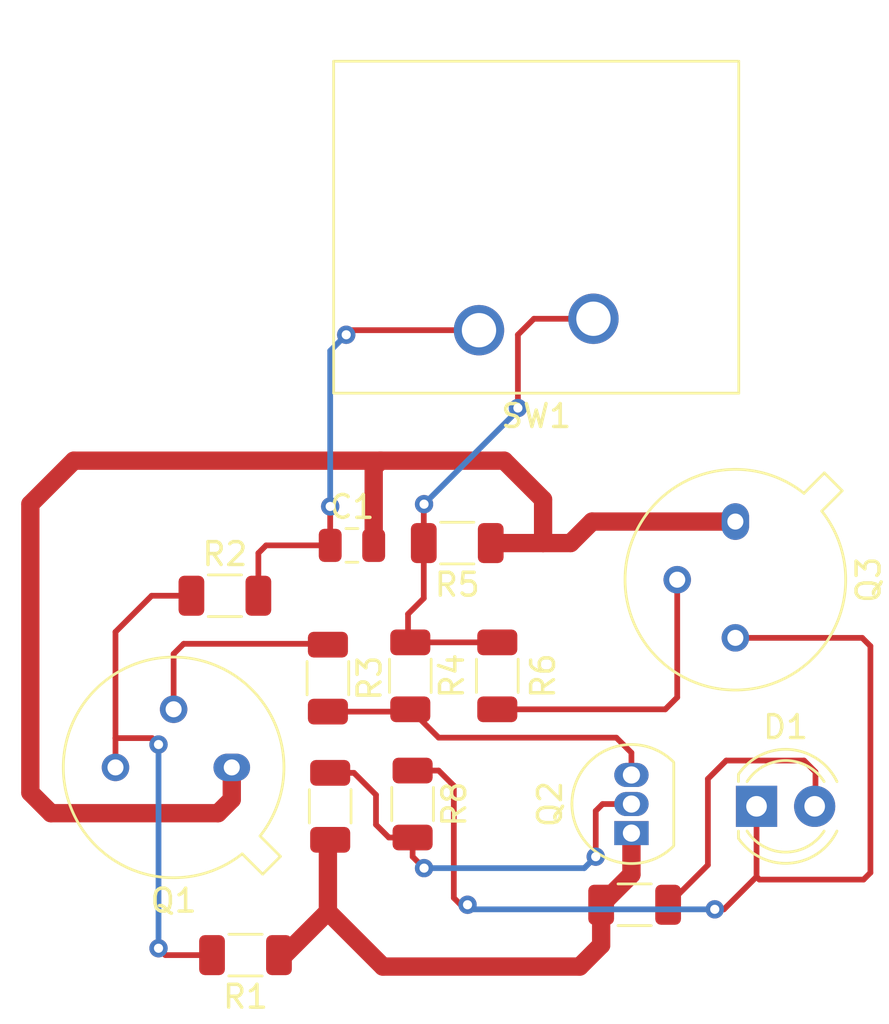
<source format=kicad_pcb>
(kicad_pcb (version 20211014) (generator pcbnew)
  (layers (0 "F.Cu" signal) (31 "B.Cu" signal) (34 "B.Paste" user) (35 "F.Paste" user) (36 "B.SilkS" user "B.Silkscreen") (37 "F.SilkS" user "F.Silkscreen") (38 "B.Mask" user) (39 "F.Mask" user) (44 "Edge.Cuts" user))
  (net 0 "")
  (net 1 "Net-(C1-Pad1)")
  (net 2 "Earth")
  (net 3 "Net-(D1-Pad1)")
  (net 4 "Net-(D1-Pad2)")
  (net 5 "Net-(Q1-Pad2)")
  (net 6 "Net-(Q1-Pad3)")
  (net 7 "+5V")
  (net 8 "Net-(Q2-Pad2)")
  (net 9 "Net-(Q2-Pad3)")
  (net 10 "Net-(Q3-Pad2)")
  (net 11 "Net-(R4-Pad1)")
  (footprint "Resistor_SMD:R_1206_3216Metric" (layer "F.Cu") (at 75.8 76.1 -90)
    (fp_text reference "R8" (at 0 -1.82 90) (layer "F.SilkS"))
    (fp_text value "100k" hide)
    (fp_line (start -0.727064 0.91) (end 0.727064 0.91) (layer "F.SilkS") (width 0.12))
    (fp_line (start -0.727064 -0.91) (end 0.727064 -0.91) (layer "F.SilkS") (width 0.12))
    (pad "1" smd roundrect (at -1.4625 0 270) (size 1.125 1.75) (layers "F.Cu" "F.Paste" "F.Mask") (roundrect_rratio 0.222222) (net 3 "Net-(D1-Pad1)"))
    (pad "2" smd roundrect (at 1.4625 0 270) (size 1.125 1.75) (layers "F.Cu" "F.Paste" "F.Mask") (roundrect_rratio 0.222222) (net 8 "Net-(Q2-Pad2)"))
  )
  (footprint "Resistor_SMD:R_1206_3216Metric" (layer "F.Cu") (at 67.6 67)
    (fp_text reference "R2" (at 0 -1.82) (layer "F.SilkS"))
    (fp_text value "470k")
    (fp_line (start -0.727064 0.91) (end 0.727064 0.91) (layer "F.SilkS") (width 0.12))
    (fp_line (start -0.727064 -0.91) (end 0.727064 -0.91) (layer "F.SilkS") (width 0.12))
    (pad "1" smd roundrect (at -1.4625 0) (size 1.125 1.75) (layers "F.Cu" "F.Paste" "F.Mask") (roundrect_rratio 0.222222) (net 6 "Net-(Q1-Pad3)"))
    (pad "2" smd roundrect (at 1.4625 0) (size 1.125 1.75) (layers "F.Cu" "F.Paste" "F.Mask") (roundrect_rratio 0.222222) (net 1 "Net-(C1-Pad1)"))
  )
  (footprint "Resistor_SMD:R_1206_3216Metric" (layer "F.Cu") (at 79.5 70.5 90)
    (fp_text reference "R6" (at 0 2 90) (layer "F.SilkS"))
    (fp_text value "1k" hide)
    (fp_line (start -0.727064 -0.91) (end 0.727064 -0.91) (layer "F.SilkS") (width 0.12))
    (fp_line (start -0.727064 0.91) (end 0.727064 0.91) (layer "F.SilkS") (width 0.12))
    (pad "1" smd roundrect (at -1.4625 0 90) (size 1.125 1.75) (layers "F.Cu" "F.Paste" "F.Mask") (roundrect_rratio 0.222222) (net 10 "Net-(Q3-Pad2)"))
    (pad "2" smd roundrect (at 1.4625 0 90) (size 1.125 1.75) (layers "F.Cu" "F.Paste" "F.Mask") (roundrect_rratio 0.222222) (net 11 "Net-(R4-Pad1)"))
  )
  (footprint "Button_Switch_Keyboard:SW_Matias_1.50u" (layer "F.Cu") (at 78.7 55.4 180)
    (fp_text reference "SW1" (at -2.5 -3.75) (layer "F.SilkS"))
    (fp_text value "SW_Push")
    (fp_line (start -11.35 11.75) (end -11.35 -2.75) (layer "F.SilkS") (width 0.12))
    (fp_line (start 6.35 11.75) (end -11.35 11.75) (layer "F.SilkS") (width 0.12))
    (fp_line (start 6.35 -2.75) (end 6.35 11.75) (layer "F.SilkS") (width 0.12))
    (fp_line (start -11.35 -2.75) (end 6.35 -2.75) (layer "F.SilkS") (width 0.12))
    (pad "1" thru_hole circle (at 0 0 180) (size 2.2 2.2) (drill 1.5) (layers *.Cu *.Mask) (net 1 "Net-(C1-Pad1)"))
    (pad "2" thru_hole circle (at -5 0.5 180) (size 2.2 2.2) (drill 1.5) (layers *.Cu *.Mask) (net 11 "Net-(R4-Pad1)"))
  )
  (footprint "Resistor_SMD:R_1206_3216Metric" (layer "F.Cu") (at 85.5 80.5 180)
    (fp_text reference "R9" hide)
    (fp_text value "*")
    (fp_line (start -0.727064 -0.91) (end 0.727064 -0.91) (layer "F.SilkS") (width 0.12))
    (fp_line (start -0.727064 0.91) (end 0.727064 0.91) (layer "F.SilkS") (width 0.12))
    (pad "1" smd roundrect (at -1.4625 0 180) (size 1.125 1.75) (layers "F.Cu" "F.Paste" "F.Mask") (roundrect_rratio 0.222222) (net 4 "Net-(D1-Pad2)"))
    (pad "2" smd roundrect (at 1.4625 0 180) (size 1.125 1.75) (layers "F.Cu" "F.Paste" "F.Mask") (roundrect_rratio 0.222222) (net 7 "+5V"))
  )
  (footprint "Package_TO_SOT_THT:TO-39-3" (layer "F.Cu") (at 67.9 74.5 180)
    (fp_text reference "Q1" (at 2.54 -5.82) (layer "F.SilkS"))
    (fp_text value "2N2219" hide)
    (fp_line (start -2.125856 -3.888039) (end -1.234902 -2.997084) (layer "F.SilkS") (width 0.12))
    (fp_line (start -0.457084 -3.774902) (end -1.348039 -4.665856) (layer "F.SilkS") (width 0.12))
    (fp_line (start -1.348039 -4.665856) (end -2.125856 -3.888039) (layer "F.SilkS") (width 0.12))
    (fp_arc (start -0.457084 -3.774902) (mid 5.948125 3.408384) (end -1.234674 -2.997371) (layer "F.SilkS") (width 0.12))
    (pad "1" thru_hole oval (at 0 0 180) (size 1.6 1.2) (drill 0.7) (layers *.Cu *.Mask) (net 2 "Earth"))
    (pad "2" thru_hole oval (at 2.54 2.54 180) (size 1.2 1.2) (drill 0.7) (layers *.Cu *.Mask) (net 5 "Net-(Q1-Pad2)"))
    (pad "3" thru_hole oval (at 5.08 0 180) (size 1.2 1.2) (drill 0.7) (layers *.Cu *.Mask) (net 6 "Net-(Q1-Pad3)"))
  )
  (footprint "Resistor_SMD:R_1206_3216Metric" (layer "F.Cu") (at 77.75 64.7 180)
    (fp_text reference "R5" (at 0 -1.82) (layer "F.SilkS"))
    (fp_text value "10k")
    (fp_line (start -0.727064 0.91) (end 0.727064 0.91) (layer "F.SilkS") (width 0.12))
    (fp_line (start -0.727064 -0.91) (end 0.727064 -0.91) (layer "F.SilkS") (width 0.12))
    (pad "1" smd roundrect (at -1.4625 0 180) (size 1.125 1.75) (layers "F.Cu" "F.Paste" "F.Mask") (roundrect_rratio 0.222222) (net 2 "Earth"))
    (pad "2" smd roundrect (at 1.4625 0 180) (size 1.125 1.75) (layers "F.Cu" "F.Paste" "F.Mask") (roundrect_rratio 0.222222) (net 11 "Net-(R4-Pad1)"))
  )
  (footprint "Resistor_SMD:R_1206_3216Metric" (layer "F.Cu") (at 72.1 70.6 -90)
    (fp_text reference "R3" (at 0 -1.82 90) (layer "F.SilkS"))
    (fp_text value "10k" hide)
    (fp_line (start -0.727064 0.91) (end 0.727064 0.91) (layer "F.SilkS") (width 0.12))
    (fp_line (start -0.727064 -0.91) (end 0.727064 -0.91) (layer "F.SilkS") (width 0.12))
    (pad "1" smd roundrect (at -1.4625 0 270) (size 1.125 1.75) (layers "F.Cu" "F.Paste" "F.Mask") (roundrect_rratio 0.222222) (net 5 "Net-(Q1-Pad2)"))
    (pad "2" smd roundrect (at 1.4625 0 270) (size 1.125 1.75) (layers "F.Cu" "F.Paste" "F.Mask") (roundrect_rratio 0.222222) (net 9 "Net-(Q2-Pad3)"))
  )
  (footprint "Resistor_SMD:R_1206_3216Metric" (layer "F.Cu") (at 68.5 82.7 180)
    (fp_text reference "R1" (at 0 -1.82) (layer "F.SilkS"))
    (fp_text value "470k")
    (fp_line (start -0.727064 0.91) (end 0.727064 0.91) (layer "F.SilkS") (width 0.12))
    (fp_line (start -0.727064 -0.91) (end 0.727064 -0.91) (layer "F.SilkS") (width 0.12))
    (pad "1" smd roundrect (at -1.4625 0 180) (size 1.125 1.75) (layers "F.Cu" "F.Paste" "F.Mask") (roundrect_rratio 0.222222) (net 7 "+5V"))
    (pad "2" smd roundrect (at 1.4625 0 180) (size 1.125 1.75) (layers "F.Cu" "F.Paste" "F.Mask") (roundrect_rratio 0.222222) (net 6 "Net-(Q1-Pad3)"))
  )
  (footprint "Resistor_SMD:R_1206_3216Metric" (layer "F.Cu") (at 72.2 76.2 -90)
    (fp_text reference "R7" hide)
    (fp_text value "1M")
    (fp_line (start -0.727064 0.91) (end 0.727064 0.91) (layer "F.SilkS") (width 0.12))
    (fp_line (start -0.727064 -0.91) (end 0.727064 -0.91) (layer "F.SilkS") (width 0.12))
    (pad "1" smd roundrect (at -1.4625 0 270) (size 1.125 1.75) (layers "F.Cu" "F.Paste" "F.Mask") (roundrect_rratio 0.222222) (net 8 "Net-(Q2-Pad2)"))
    (pad "2" smd roundrect (at 1.4625 0 270) (size 1.125 1.75) (layers "F.Cu" "F.Paste" "F.Mask") (roundrect_rratio 0.222222) (net 7 "+5V"))
  )
  (footprint "Resistor_SMD:R_1206_3216Metric" (layer "F.Cu") (at 75.7 70.5 -90)
    (fp_text reference "R4" (at 0 -1.82 90) (layer "F.SilkS"))
    (fp_text value "10k" hide)
    (fp_line (start -0.727064 -0.91) (end 0.727064 -0.91) (layer "F.SilkS") (width 0.12))
    (fp_line (start -0.727064 0.91) (end 0.727064 0.91) (layer "F.SilkS") (width 0.12))
    (pad "1" smd roundrect (at -1.4625 0 270) (size 1.125 1.75) (layers "F.Cu" "F.Paste" "F.Mask") (roundrect_rratio 0.222222) (net 11 "Net-(R4-Pad1)"))
    (pad "2" smd roundrect (at 1.4625 0 270) (size 1.125 1.75) (layers "F.Cu" "F.Paste" "F.Mask") (roundrect_rratio 0.222222) (net 9 "Net-(Q2-Pad3)"))
  )
  (footprint "Capacitor_SMD:C_0805_2012Metric" (layer "F.Cu") (at 73.15 64.8)
    (fp_text reference "C1" (at 0 -1.68) (layer "F.SilkS"))
    (fp_text value "1uF")
    (fp_line (start -0.261252 0.735) (end 0.261252 0.735) (layer "F.SilkS") (width 0.12))
    (fp_line (start -0.261252 -0.735) (end 0.261252 -0.735) (layer "F.SilkS") (width 0.12))
    (pad "1" smd roundrect (at -0.95 0) (size 1 1.45) (layers "F.Cu" "F.Paste" "F.Mask") (net 1 "Net-(C1-Pad1)"))
    (pad "2" smd roundrect (at 0.95 0) (size 1 1.45) (layers "F.Cu" "F.Paste" "F.Mask") (net 2 "Earth"))
  )
  (footprint "Package_TO_SOT_THT:TO-92_Inline" (layer "F.Cu") (at 85.36 77.37 90)
    (fp_text reference "Q2" (at 1.27 -3.56 90) (layer "F.SilkS"))
    (fp_text value "2N3905")
    (fp_line (start -0.53 1.85) (end 3.07 1.85) (layer "F.SilkS") (width 0.12))
    (fp_arc (start 1.27 -2.6) (mid 3.672087 -0.994977) (end 3.108478 1.838478) (layer "F.SilkS") (width 0.12))
    (fp_arc (start -0.568478 1.838478) (mid -1.132087 -0.994977) (end 1.27 -2.6) (layer "F.SilkS") (width 0.12))
    (pad "1" thru_hole rect (at 0 0 90) (size 1.05 1.5) (drill 0.75) (layers *.Cu *.Mask) (net 7 "+5V"))
    (pad "2" thru_hole oval (at 1.27 0 90) (size 1.05 1.5) (drill 0.75) (layers *.Cu *.Mask) (net 8 "Net-(Q2-Pad2)"))
    (pad "3" thru_hole oval (at 2.54 0 90) (size 1.05 1.5) (drill 0.75) (layers *.Cu *.Mask) (net 9 "Net-(Q2-Pad3)"))
  )
  (footprint "LED_THT:LED_D4.0mm" (layer "F.Cu") (at 90.825 76.2)
    (fp_text reference "D1" (at 1.27 -3.46) (layer "F.SilkS"))
    (fp_text value "LED")
    (fp_line (start -0.79 -1.399) (end -0.79 -1.08) (layer "F.SilkS") (width 0.12))
    (fp_line (start -0.79 1.08) (end -0.79 1.399) (layer "F.SilkS") (width 0.12))
    (fp_arc (start -0.79 -1.398749) (mid 1.453519 -2.483228) (end 3.513242 -1.080724) (layer "F.SilkS") (width 0.12))
    (fp_arc (start -0.41333 -1.08) (mid 1.269429 -2) (end 2.952713 -1.080961) (layer "F.SilkS") (width 0.12))
    (fp_arc (start 2.952713 1.080961) (mid 1.269429 2) (end -0.41333 1.08) (layer "F.SilkS") (width 0.12))
    (fp_arc (start 3.513242 1.080724) (mid 1.453519 2.483228) (end -0.79 1.398749) (layer "F.SilkS") (width 0.12))
    (pad "1" thru_hole rect (at 0 0) (size 1.8 1.8) (drill 0.9) (layers *.Cu *.Mask) (net 3 "Net-(D1-Pad1)"))
    (pad "2" thru_hole circle (at 2.54 0) (size 1.8 1.8) (drill 0.9) (layers *.Cu *.Mask) (net 4 "Net-(D1-Pad2)"))
  )
  (footprint "Package_TO_SOT_THT:TO-39-3" (layer "F.Cu") (at 89.9 63.76 -90)
    (fp_text reference "Q3" (at 2.54 -5.82 90) (layer "F.SilkS"))
    (fp_text value "2N2219")
    (fp_line (start -1.348039 -4.665856) (end -2.125856 -3.888039) (layer "F.SilkS") (width 0.12))
    (fp_line (start -0.457084 -3.774902) (end -1.348039 -4.665856) (layer "F.SilkS") (width 0.12))
    (fp_line (start -2.125856 -3.888039) (end -1.234902 -2.997084) (layer "F.SilkS") (width 0.12))
    (fp_arc (start -0.457084 -3.774902) (mid 5.948125 3.408384) (end -1.234674 -2.997371) (layer "F.SilkS") (width 0.12))
    (pad "1" thru_hole oval (at 0 0 270) (size 1.6 1.2) (drill 0.7) (layers *.Cu *.Mask) (net 2 "Earth"))
    (pad "2" thru_hole oval (at 2.54 2.54 270) (size 1.2 1.2) (drill 0.7) (layers *.Cu *.Mask) (net 10 "Net-(Q3-Pad2)"))
    (pad "3" thru_hole oval (at 5.08 0 270) (size 1.2 1.2) (drill 0.7) (layers *.Cu *.Mask) (net 3 "Net-(D1-Pad1)"))
  )
  (segment (start 69.4 64.8) (end 72.2 64.8) (width 0.25) (layer "F.Cu") (net 1))
  (segment (start 72.2 63.3) (end 72.2 63.1) (width 0.25) (layer "F.Cu") (net 1))
  (segment (start 69.0625 65.1375) (end 69.4 64.8) (width 0.25) (layer "F.Cu") (net 1))
  (segment (start 69.0625 67) (end 69.0625 65.1375) (width 0.25) (layer "F.Cu") (net 1))
  (segment (start 72.2 64.8) (end 72.2 63.3) (width 0.25) (layer "F.Cu") (net 1))
  (segment (start 72.9 55.6) (end 73.1 55.4) (width 0.25) (layer "F.Cu") (net 1))
  (segment (start 73.1 55.4) (end 78.7 55.4) (width 0.25) (layer "F.Cu") (net 1))
  (via (at 72.9 55.6) (size 0.8) (drill 0.4) (layers "F.Cu" "B.Cu") (net 1))
  (via (at 72.2 63.1) (size 0.8) (drill 0.4) (layers "F.Cu" "B.Cu") (net 1))
  (segment (start 72.2 56.3) (end 72.9 55.6) (width 0.25) (layer "B.Cu") (net 1))
  (segment (start 72.2 63.1) (end 72.2 56.3) (width 0.25) (layer "B.Cu") (net 1))
  (segment (start 83.64 63.76) (end 82.7 64.7) (width 0.8) (layer "F.Cu") (net 2))
  (segment (start 81.5 62.8) (end 81.5 64.7) (width 0.8) (layer "F.Cu") (net 2))
  (segment (start 59.1 75.6) (end 59.1 63) (width 0.8) (layer "F.Cu") (net 2))
  (segment (start 74.1 64.8) (end 74.1 61.4) (width 0.8) (layer "F.Cu") (net 2))
  (segment (start 89.9 63.76) (end 83.64 63.76) (width 0.8) (layer "F.Cu") (net 2))
  (segment (start 61 61.1) (end 74.4 61.1) (width 0.8) (layer "F.Cu") (net 2))
  (segment (start 67.3 76.5) (end 60 76.5) (width 0.8) (layer "F.Cu") (net 2))
  (segment (start 60 76.5) (end 59.1 75.6) (width 0.8) (layer "F.Cu") (net 2))
  (segment (start 59.1 63) (end 61 61.1) (width 0.8) (layer "F.Cu") (net 2))
  (segment (start 79.8 61.1) (end 81.5 62.8) (width 0.8) (layer "F.Cu") (net 2))
  (segment (start 81.5 64.7) (end 79.2125 64.7) (width 0.8) (layer "F.Cu") (net 2))
  (segment (start 74.1 61.4) (end 74.4 61.1) (width 0.8) (layer "F.Cu") (net 2))
  (segment (start 67.9 75.9) (end 67.3 76.5) (width 0.8) (layer "F.Cu") (net 2))
  (segment (start 82.7 64.7) (end 81.5 64.7) (width 0.8) (layer "F.Cu") (net 2))
  (segment (start 74.4 61.1) (end 79.8 61.1) (width 0.8) (layer "F.Cu") (net 2))
  (segment (start 67.9 74.5) (end 67.9 75.9) (width 0.8) (layer "F.Cu") (net 2))
  (segment (start 77.6 80.2) (end 77.9 80.5) (width 0.25) (layer "F.Cu") (net 3))
  (segment (start 89 80.7) (end 89.4 80.7) (width 0.25) (layer "F.Cu") (net 3))
  (segment (start 76.9375 74.6375) (end 77.6 75.3) (width 0.25) (layer "F.Cu") (net 3))
  (segment (start 77.9 80.5) (end 78.2 80.5) (width 0.25) (layer "F.Cu") (net 3))
  (segment (start 75.8 74.6375) (end 76.9375 74.6375) (width 0.25) (layer "F.Cu") (net 3))
  (segment (start 90.95 79.4) (end 90.825 79.275) (width 0.25) (layer "F.Cu") (net 3))
  (segment (start 89.4 80.7) (end 90.825 79.275) (width 0.25) (layer "F.Cu") (net 3))
  (segment (start 89.9 68.84) (end 95.44 68.84) (width 0.25) (layer "F.Cu") (net 3))
  (segment (start 95.5 79.4) (end 90.95 79.4) (width 0.25) (layer "F.Cu") (net 3))
  (segment (start 90.825 79.275) (end 90.825 76.2) (width 0.25) (layer "F.Cu") (net 3))
  (segment (start 77.6 75.3) (end 77.6 80.2) (width 0.25) (layer "F.Cu") (net 3))
  (segment (start 95.44 68.84) (end 95.8 69.2) (width 0.25) (layer "F.Cu") (net 3))
  (segment (start 95.8 79.1) (end 95.5 79.4) (width 0.25) (layer "F.Cu") (net 3))
  (segment (start 95.8 69.2) (end 95.8 79.1) (width 0.25) (layer "F.Cu") (net 3))
  (via (at 78.2 80.5) (size 0.8) (drill 0.4) (layers "F.Cu" "B.Cu") (net 3))
  (via (at 89 80.7) (size 0.8) (drill 0.4) (layers "F.Cu" "B.Cu") (net 3))
  (segment (start 78.4 80.7) (end 89 80.7) (width 0.25) (layer "B.Cu") (net 3))
  (segment (start 78.2 80.5) (end 78.4 80.7) (width 0.25) (layer "B.Cu") (net 3))
  (segment (start 93.4 76.165) (end 93.365 76.2) (width 0.25) (layer "F.Cu") (net 4))
  (segment (start 88.7 78.7625) (end 88.7 75) (width 0.25) (layer "F.Cu") (net 4))
  (segment (start 92.9 74.2) (end 93.4 74.7) (width 0.25) (layer "F.Cu") (net 4))
  (segment (start 89.5 74.2) (end 92.9 74.2) (width 0.25) (layer "F.Cu") (net 4))
  (segment (start 93.4 74.7) (end 93.4 76.165) (width 0.25) (layer "F.Cu") (net 4))
  (segment (start 88.7 75) (end 89.5 74.2) (width 0.25) (layer "F.Cu") (net 4))
  (segment (start 86.9625 80.5) (end 88.7 78.7625) (width 0.25) (layer "F.Cu") (net 4))
  (segment (start 65.36 69.54) (end 65.8 69.1) (width 0.25) (layer "F.Cu") (net 5))
  (segment (start 65.36 71.96) (end 65.36 69.54) (width 0.25) (layer "F.Cu") (net 5))
  (segment (start 72.0625 69.1) (end 72.1 69.1375) (width 0.25) (layer "F.Cu") (net 5))
  (segment (start 65.8 69.1) (end 72.0625 69.1) (width 0.25) (layer "F.Cu") (net 5))
  (segment (start 65 82.7) (end 64.7 82.4) (width 0.25) (layer "F.Cu") (net 6))
  (segment (start 62.82 74.5) (end 62.82 73.22) (width 0.25) (layer "F.Cu") (net 6))
  (segment (start 67.0375 82.7) (end 65 82.7) (width 0.25) (layer "F.Cu") (net 6))
  (segment (start 64.4 67) (end 66.1375 67) (width 0.25) (layer "F.Cu") (net 6))
  (segment (start 64.7 73.5) (end 64.42 73.22) (width 0.25) (layer "F.Cu") (net 6))
  (segment (start 62.82 73.22) (end 62.82 68.58) (width 0.25) (layer "F.Cu") (net 6))
  (segment (start 62.82 68.58) (end 64.4 67) (width 0.25) (layer "F.Cu") (net 6))
  (segment (start 64.42 73.22) (end 62.82 73.22) (width 0.25) (layer "F.Cu") (net 6))
  (via (at 64.7 82.4) (size 0.8) (drill 0.4) (layers "F.Cu" "B.Cu") (net 6))
  (via (at 64.7 73.5) (size 0.8) (drill 0.4) (layers "F.Cu" "B.Cu") (net 6))
  (segment (start 64.7 73.5) (end 64.7 82.4) (width 0.25) (layer "B.Cu") (net 6))
  (segment (start 70.2 82.7) (end 72.1 80.8) (width 0.8) (layer "F.Cu") (net 7))
  (segment (start 83.1 83.2) (end 74.5 83.2) (width 0.8) (layer "F.Cu") (net 7))
  (segment (start 72.1 77.7625) (end 72.2 77.6625) (width 0.8) (layer "F.Cu") (net 7))
  (segment (start 85.36 79.1775) (end 84.0375 80.5) (width 0.8) (layer "F.Cu") (net 7))
  (segment (start 74.5 83.2) (end 72.1 80.8) (width 0.8) (layer "F.Cu") (net 7))
  (segment (start 72.1 80.8) (end 72.1 77.7625) (width 0.8) (layer "F.Cu") (net 7))
  (segment (start 84.0375 80.5) (end 84.0375 82.2625) (width 0.8) (layer "F.Cu") (net 7))
  (segment (start 69.9625 82.7) (end 70.2 82.7) (width 0.8) (layer "F.Cu") (net 7))
  (segment (start 84.0375 82.2625) (end 83.1 83.2) (width 0.8) (layer "F.Cu") (net 7))
  (segment (start 85.36 77.37) (end 85.36 79.1775) (width 0.8) (layer "F.Cu") (net 7))
  (segment (start 75.8 78.4) (end 75.8 77.5625) (width 0.25) (layer "F.Cu") (net 8))
  (segment (start 83.8 76.4) (end 84.1 76.1) (width 0.25) (layer "F.Cu") (net 8))
  (segment (start 74.7625 77.5625) (end 75.8 77.5625) (width 0.25) (layer "F.Cu") (net 8))
  (segment (start 76.3 78.9) (end 75.8 78.4) (width 0.25) (layer "F.Cu") (net 8))
  (segment (start 74.2 75.7) (end 74.2 77) (width 0.25) (layer "F.Cu") (net 8))
  (segment (start 84.1 76.1) (end 85.36 76.1) (width 0.25) (layer "F.Cu") (net 8))
  (segment (start 73.2375 74.7375) (end 74.2 75.7) (width 0.25) (layer "F.Cu") (net 8))
  (segment (start 74.2 77) (end 74.7625 77.5625) (width 0.25) (layer "F.Cu") (net 8))
  (segment (start 72.2 74.7375) (end 73.2375 74.7375) (width 0.25) (layer "F.Cu") (net 8))
  (segment (start 83.8 78.4) (end 83.8 76.4) (width 0.25) (layer "F.Cu") (net 8))
  (via (at 83.8 78.4) (size 0.8) (drill 0.4) (layers "F.Cu" "B.Cu") (net 8))
  (via (at 76.3 78.9) (size 0.8) (drill 0.4) (layers "F.Cu" "B.Cu") (net 8))
  (segment (start 83.8 78.4) (end 83.3 78.9) (width 0.25) (layer "B.Cu") (net 8))
  (segment (start 83.3 78.9) (end 76.3 78.9) (width 0.25) (layer "B.Cu") (net 8))
  (segment (start 75.6 72.0625) (end 75.7 71.9625) (width 0.25) (layer "F.Cu") (net 9))
  (segment (start 85.36 73.86) (end 85.36 74.83) (width 0.25) (layer "F.Cu") (net 9))
  (segment (start 75.7 71.9625) (end 76.9375 73.2) (width 0.25) (layer "F.Cu") (net 9))
  (segment (start 76.9375 73.2) (end 84.7 73.2) (width 0.25) (layer "F.Cu") (net 9))
  (segment (start 72.1 72.0625) (end 75.6 72.0625) (width 0.25) (layer "F.Cu") (net 9))
  (segment (start 84.7 73.2) (end 85.36 73.86) (width 0.25) (layer "F.Cu") (net 9))
  (segment (start 86.8375 71.9625) (end 79.5 71.9625) (width 0.25) (layer "F.Cu") (net 10))
  (segment (start 87.36 66.3) (end 87.36 71.44) (width 0.25) (layer "F.Cu") (net 10))
  (segment (start 87.36 71.44) (end 86.8375 71.9625) (width 0.25) (layer "F.Cu") (net 10))
  (segment (start 76.3 63.2) (end 76.3 63) (width 0.25) (layer "F.Cu") (net 11))
  (segment (start 75.6 68.9375) (end 75.7 69.0375) (width 0.25) (layer "F.Cu") (net 11))
  (segment (start 76.2875 64.7) (end 76.2875 63.2125) (width 0.25) (layer "F.Cu") (net 11))
  (segment (start 80.4 55.6) (end 81.1 54.9) (width 0.25) (layer "F.Cu") (net 11))
  (segment (start 75.7 69.0375) (end 79.5 69.0375) (width 0.25) (layer "F.Cu") (net 11))
  (segment (start 76.2875 67.1125) (end 75.6 67.8) (width 0.25) (layer "F.Cu") (net 11))
  (segment (start 76.2875 63.2125) (end 76.3 63.2) (width 0.25) (layer "F.Cu") (net 11))
  (segment (start 81.1 54.9) (end 83.7 54.9) (width 0.25) (layer "F.Cu") (net 11))
  (segment (start 75.6 67.8) (end 75.6 68.9375) (width 0.25) (layer "F.Cu") (net 11))
  (segment (start 80.4 58.8) (end 80.4 55.6) (width 0.25) (layer "F.Cu") (net 11))
  (segment (start 76.2875 64.7) (end 76.2875 67.1125) (width 0.25) (layer "F.Cu") (net 11))
  (via (at 80.4 58.8) (size 0.8) (drill 0.4) (layers "F.Cu" "B.Cu") (net 11))
  (via (at 76.3 63) (size 0.8) (drill 0.4) (layers "F.Cu" "B.Cu") (net 11))
  (segment (start 76.3 63) (end 80.4 58.9) (width 0.25) (layer "B.Cu") (net 11))
  (segment (start 80.4 58.9) (end 80.4 58.8) (width 0.25) (layer "B.Cu") (net 11))
)
</source>
